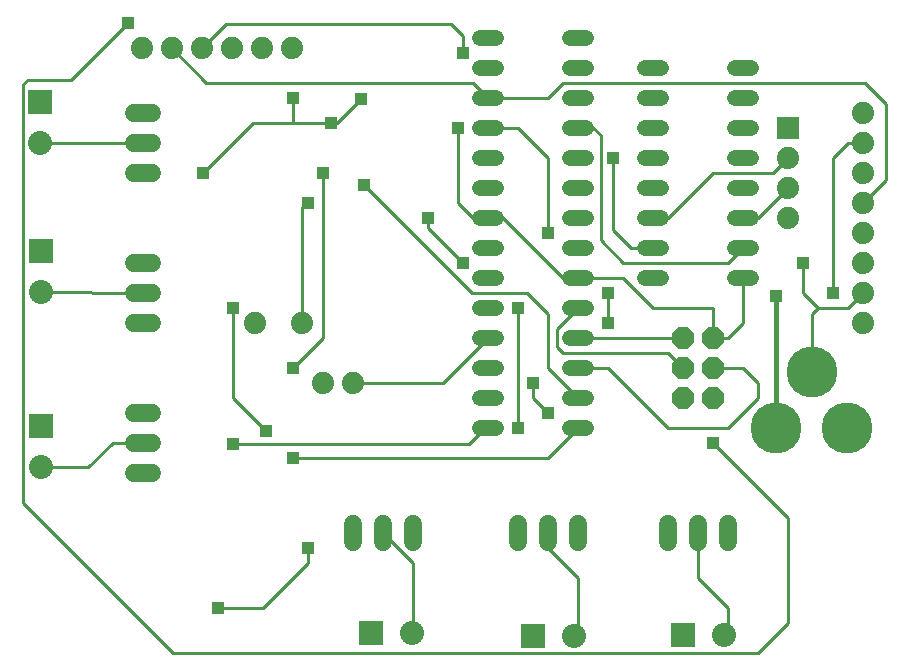
<source format=gbl>
G75*
%MOIN*%
%OFA0B0*%
%FSLAX25Y25*%
%IPPOS*%
%LPD*%
%AMOC8*
5,1,8,0,0,1.08239X$1,22.5*
%
%ADD10C,0.07400*%
%ADD11R,0.08000X0.08000*%
%ADD12C,0.08000*%
%ADD13C,0.17000*%
%ADD14R,0.07400X0.07400*%
%ADD15C,0.05200*%
%ADD16C,0.06000*%
%ADD17OC8,0.07400*%
%ADD18C,0.01000*%
%ADD19R,0.04356X0.04356*%
%ADD20C,0.01600*%
D10*
X0110073Y0100073D03*
X0120073Y0100073D03*
X0102947Y0120073D03*
X0087199Y0120073D03*
X0089573Y0211573D03*
X0079573Y0211573D03*
X0069573Y0211573D03*
X0059573Y0211573D03*
X0049573Y0211573D03*
X0099573Y0211573D03*
X0265073Y0175073D03*
X0265073Y0165073D03*
X0265073Y0155073D03*
X0290073Y0150073D03*
X0290073Y0140073D03*
X0290073Y0130073D03*
X0290073Y0120073D03*
X0290073Y0160073D03*
X0290073Y0170073D03*
X0290073Y0180073D03*
X0290073Y0190073D03*
D11*
X0126073Y0016573D03*
X0180073Y0015573D03*
X0230073Y0016073D03*
X0016073Y0085573D03*
X0016073Y0144073D03*
X0015573Y0193573D03*
D12*
X0015573Y0179794D03*
X0016073Y0130294D03*
X0016073Y0071794D03*
X0139853Y0016573D03*
X0193853Y0015573D03*
X0243853Y0016073D03*
D13*
X0261136Y0085073D03*
X0284758Y0085073D03*
X0272947Y0103577D03*
D14*
X0265073Y0185073D03*
D15*
X0252673Y0185073D02*
X0247473Y0185073D01*
X0247473Y0195073D02*
X0252673Y0195073D01*
X0252673Y0205073D02*
X0247473Y0205073D01*
X0222673Y0205073D02*
X0217473Y0205073D01*
X0217473Y0195073D02*
X0222673Y0195073D01*
X0222673Y0185073D02*
X0217473Y0185073D01*
X0217473Y0175073D02*
X0222673Y0175073D01*
X0222673Y0165073D02*
X0217473Y0165073D01*
X0217473Y0155073D02*
X0222673Y0155073D01*
X0222673Y0145073D02*
X0217473Y0145073D01*
X0217473Y0135073D02*
X0222673Y0135073D01*
X0247473Y0135073D02*
X0252673Y0135073D01*
X0252673Y0145073D02*
X0247473Y0145073D01*
X0247473Y0155073D02*
X0252673Y0155073D01*
X0252673Y0165073D02*
X0247473Y0165073D01*
X0247473Y0175073D02*
X0252673Y0175073D01*
X0197673Y0175073D02*
X0192473Y0175073D01*
X0192473Y0165073D02*
X0197673Y0165073D01*
X0197673Y0155073D02*
X0192473Y0155073D01*
X0192473Y0145073D02*
X0197673Y0145073D01*
X0197673Y0135073D02*
X0192473Y0135073D01*
X0192473Y0125073D02*
X0197673Y0125073D01*
X0197673Y0115073D02*
X0192473Y0115073D01*
X0192473Y0105073D02*
X0197673Y0105073D01*
X0197673Y0095073D02*
X0192473Y0095073D01*
X0192473Y0085073D02*
X0197673Y0085073D01*
X0167673Y0085073D02*
X0162473Y0085073D01*
X0162473Y0095073D02*
X0167673Y0095073D01*
X0167673Y0105073D02*
X0162473Y0105073D01*
X0162473Y0115073D02*
X0167673Y0115073D01*
X0167673Y0125073D02*
X0162473Y0125073D01*
X0162473Y0135073D02*
X0167673Y0135073D01*
X0167673Y0145073D02*
X0162473Y0145073D01*
X0162473Y0155073D02*
X0167673Y0155073D01*
X0167673Y0165073D02*
X0162473Y0165073D01*
X0162473Y0175073D02*
X0167673Y0175073D01*
X0167673Y0185073D02*
X0162473Y0185073D01*
X0162473Y0195073D02*
X0167673Y0195073D01*
X0167673Y0205073D02*
X0162473Y0205073D01*
X0162473Y0215073D02*
X0167673Y0215073D01*
X0192473Y0215073D02*
X0197673Y0215073D01*
X0197673Y0205073D02*
X0192473Y0205073D01*
X0192473Y0195073D02*
X0197673Y0195073D01*
X0197673Y0185073D02*
X0192473Y0185073D01*
D16*
X0053073Y0180073D02*
X0047073Y0180073D01*
X0047073Y0170073D02*
X0053073Y0170073D01*
X0053073Y0190073D02*
X0047073Y0190073D01*
X0047073Y0140073D02*
X0053073Y0140073D01*
X0053073Y0130073D02*
X0047073Y0130073D01*
X0047073Y0120073D02*
X0053073Y0120073D01*
X0053073Y0090073D02*
X0047073Y0090073D01*
X0047073Y0080073D02*
X0053073Y0080073D01*
X0053073Y0070073D02*
X0047073Y0070073D01*
X0120073Y0053073D02*
X0120073Y0047073D01*
X0130073Y0047073D02*
X0130073Y0053073D01*
X0140073Y0053073D02*
X0140073Y0047073D01*
X0175073Y0047073D02*
X0175073Y0053073D01*
X0185073Y0053073D02*
X0185073Y0047073D01*
X0195073Y0047073D02*
X0195073Y0053073D01*
X0225073Y0053073D02*
X0225073Y0047073D01*
X0235073Y0047073D02*
X0235073Y0053073D01*
X0245073Y0053073D02*
X0245073Y0047073D01*
D17*
X0240073Y0095073D03*
X0230073Y0095073D03*
X0230073Y0105073D03*
X0230073Y0115073D03*
X0240073Y0115073D03*
X0240073Y0105073D03*
D18*
X0060073Y0010073D02*
X0010073Y0060073D01*
X0010073Y0199573D01*
X0011573Y0201073D01*
X0026073Y0201073D01*
X0045073Y0220073D01*
X0059573Y0211573D02*
X0071073Y0200073D01*
X0160073Y0200073D01*
X0165073Y0195073D01*
X0185073Y0195073D01*
X0190073Y0200073D01*
X0290573Y0200073D01*
X0297573Y0193073D01*
X0297573Y0167573D01*
X0290073Y0160073D01*
X0280073Y0175073D02*
X0280073Y0130073D01*
X0275073Y0125073D02*
X0272947Y0122947D01*
X0272947Y0103577D01*
X0255073Y0100073D02*
X0255073Y0095073D01*
X0245073Y0085073D01*
X0225073Y0085073D01*
X0205073Y0105073D01*
X0195073Y0105073D01*
X0190073Y0110073D02*
X0225073Y0110073D01*
X0230073Y0105073D01*
X0230073Y0115073D02*
X0195073Y0115073D01*
X0190073Y0110073D02*
X0188073Y0112073D01*
X0188073Y0118073D01*
X0195073Y0125073D01*
X0185073Y0123073D02*
X0178073Y0130073D01*
X0159573Y0130073D01*
X0123573Y0166073D01*
X0110073Y0170073D02*
X0110073Y0115073D01*
X0100073Y0105073D01*
X0102947Y0120073D02*
X0103073Y0120199D01*
X0103073Y0158573D01*
X0104573Y0160073D01*
X0105073Y0160073D01*
X0100073Y0186573D02*
X0086573Y0186573D01*
X0070073Y0170073D01*
X0050073Y0180073D02*
X0015573Y0179794D01*
X0069573Y0211573D02*
X0077573Y0219573D01*
X0152573Y0219573D01*
X0156573Y0215573D01*
X0156573Y0210073D01*
X0155073Y0185073D02*
X0155073Y0160073D01*
X0160073Y0155073D01*
X0165073Y0155073D01*
X0170073Y0155073D01*
X0190073Y0135073D01*
X0195073Y0135073D01*
X0210073Y0135073D01*
X0220073Y0125073D01*
X0240073Y0125073D01*
X0240073Y0115073D01*
X0245073Y0115073D01*
X0250073Y0120073D01*
X0250073Y0135073D01*
X0245073Y0140073D02*
X0250073Y0145073D01*
X0245073Y0140073D02*
X0210073Y0140073D01*
X0202573Y0147573D01*
X0202573Y0182573D01*
X0200073Y0185073D01*
X0195073Y0185073D01*
X0185073Y0175073D02*
X0185073Y0150073D01*
X0206573Y0151073D02*
X0206573Y0175073D01*
X0185073Y0175073D02*
X0175073Y0185073D01*
X0165073Y0185073D01*
X0145073Y0155073D02*
X0145073Y0151573D01*
X0156573Y0140073D01*
X0175073Y0125073D02*
X0175073Y0085073D01*
X0165073Y0085073D02*
X0164073Y0085073D01*
X0158573Y0079573D01*
X0080073Y0079573D01*
X0091073Y0084073D02*
X0080073Y0095073D01*
X0080073Y0125073D01*
X0050073Y0130073D02*
X0016073Y0130294D01*
X0040073Y0080073D02*
X0050073Y0080073D01*
X0040073Y0080073D02*
X0031794Y0071794D01*
X0016073Y0071794D01*
X0075073Y0025073D02*
X0090073Y0025073D01*
X0105073Y0040073D01*
X0105073Y0045073D01*
X0130073Y0050073D02*
X0140073Y0040073D01*
X0140073Y0016794D01*
X0139853Y0016573D01*
X0185073Y0045073D02*
X0185073Y0050073D01*
X0185073Y0045073D02*
X0195073Y0035073D01*
X0195073Y0016794D01*
X0193853Y0015573D01*
X0235073Y0035073D02*
X0245073Y0025073D01*
X0245073Y0017294D01*
X0243853Y0016073D01*
X0255073Y0010073D02*
X0060073Y0010073D01*
X0100073Y0075073D02*
X0185073Y0075073D01*
X0195073Y0085073D01*
X0185073Y0090073D02*
X0180073Y0095073D01*
X0180073Y0100073D01*
X0185073Y0105073D02*
X0195073Y0095073D01*
X0185073Y0105073D02*
X0185073Y0123073D01*
X0165073Y0115073D02*
X0150073Y0100073D01*
X0120073Y0100073D01*
X0205073Y0120073D02*
X0205073Y0130073D01*
X0212573Y0145073D02*
X0206573Y0151073D01*
X0212573Y0145073D02*
X0220073Y0145073D01*
X0220073Y0155073D02*
X0225073Y0155073D01*
X0240073Y0170073D01*
X0260073Y0170073D01*
X0265073Y0175073D01*
X0265073Y0165073D02*
X0255073Y0155073D01*
X0250073Y0155073D01*
X0270073Y0140073D02*
X0270073Y0130073D01*
X0275073Y0125073D01*
X0285073Y0125073D01*
X0290073Y0130073D01*
X0255073Y0100073D02*
X0250073Y0105073D01*
X0240073Y0105073D01*
X0240073Y0080073D02*
X0265073Y0055073D01*
X0265073Y0020073D01*
X0255073Y0010073D01*
X0235073Y0035073D02*
X0235073Y0050073D01*
X0280073Y0175073D02*
X0285073Y0180073D01*
X0290073Y0180073D01*
X0122573Y0194573D02*
X0114573Y0186573D01*
X0112573Y0186573D01*
X0100073Y0186573D01*
X0100073Y0195073D01*
D19*
X0100073Y0195073D03*
X0112573Y0186573D03*
X0122573Y0194573D03*
X0155073Y0185073D03*
X0156573Y0210073D03*
X0206573Y0175073D03*
X0185073Y0150073D03*
X0205073Y0130073D03*
X0205073Y0120073D03*
X0180073Y0100073D03*
X0185073Y0090073D03*
X0175073Y0085073D03*
X0175073Y0125073D03*
X0156573Y0140073D03*
X0145073Y0155073D03*
X0123573Y0166073D03*
X0110073Y0170073D03*
X0105073Y0160073D03*
X0070073Y0170073D03*
X0080073Y0125073D03*
X0100073Y0105073D03*
X0091073Y0084073D03*
X0080073Y0079573D03*
X0100073Y0075073D03*
X0105073Y0045073D03*
X0075073Y0025073D03*
X0240073Y0080073D03*
X0261073Y0129073D03*
X0270073Y0140073D03*
X0280073Y0130073D03*
X0045073Y0220073D03*
D20*
X0261073Y0129073D02*
X0261073Y0085136D01*
X0261136Y0085073D01*
M02*

</source>
